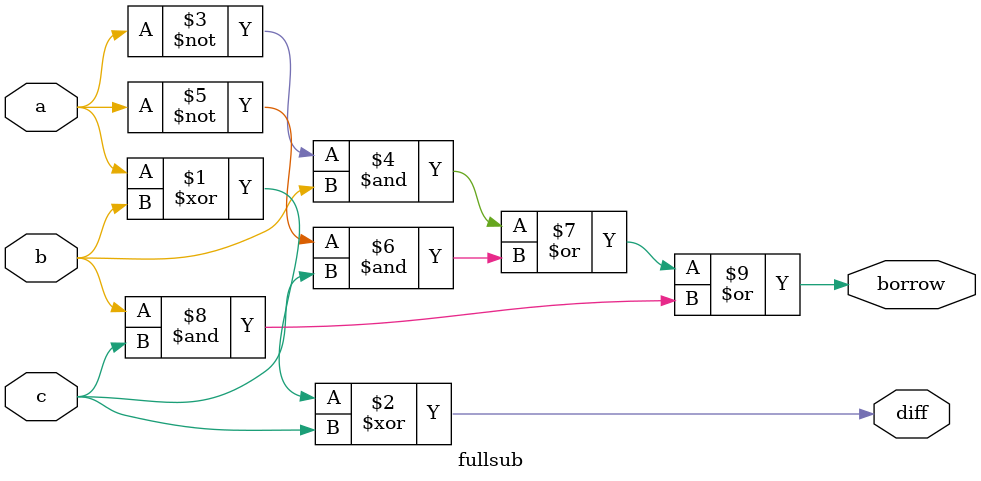
<source format=v>
module fullsub(
input a,b,c,
output diff, borrow);
assign diff = a^b^c;
assign borrow = (~a&b)|(~a&c)|(b&c);
endmodule


</source>
